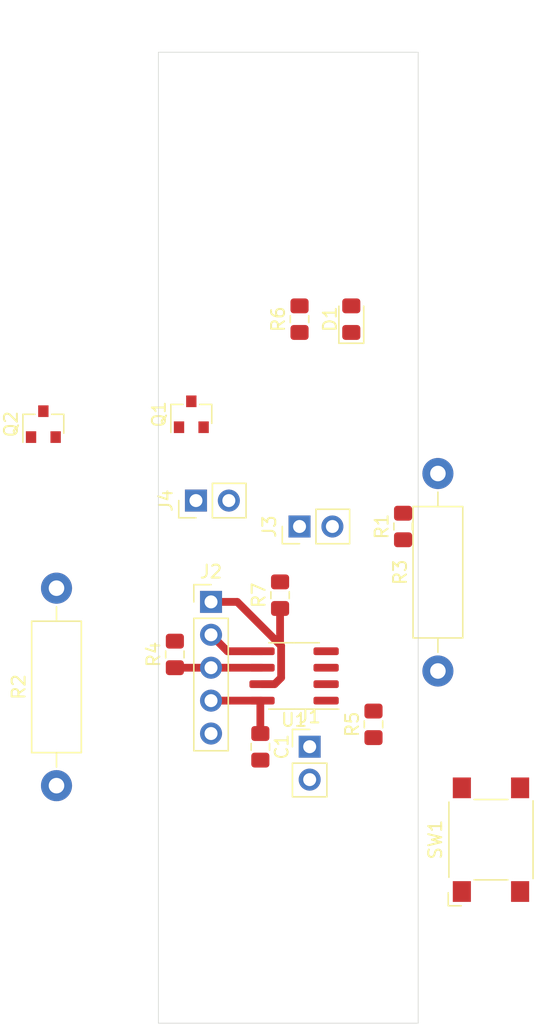
<source format=kicad_pcb>
(kicad_pcb (version 20171130) (host pcbnew "(5.1.6)-1")

  (general
    (thickness 1.6)
    (drawings 6)
    (tracks 13)
    (zones 0)
    (modules 17)
    (nets 13)
  )

  (page A4)
  (layers
    (0 F.Cu signal)
    (31 B.Cu signal)
    (32 B.Adhes user)
    (33 F.Adhes user)
    (34 B.Paste user)
    (35 F.Paste user)
    (36 B.SilkS user)
    (37 F.SilkS user)
    (38 B.Mask user)
    (39 F.Mask user)
    (40 Dwgs.User user)
    (41 Cmts.User user)
    (42 Eco1.User user)
    (43 Eco2.User user)
    (44 Edge.Cuts user)
    (45 Margin user)
    (46 B.CrtYd user)
    (47 F.CrtYd user)
    (48 B.Fab user)
    (49 F.Fab user)
  )

  (setup
    (last_trace_width 0.6)
    (user_trace_width 0.6)
    (trace_clearance 0.2)
    (zone_clearance 0.508)
    (zone_45_only no)
    (trace_min 0.2)
    (via_size 0.8)
    (via_drill 0.4)
    (via_min_size 0.4)
    (via_min_drill 0.3)
    (uvia_size 0.3)
    (uvia_drill 0.1)
    (uvias_allowed no)
    (uvia_min_size 0.2)
    (uvia_min_drill 0.1)
    (edge_width 0.05)
    (segment_width 0.2)
    (pcb_text_width 0.3)
    (pcb_text_size 1.5 1.5)
    (mod_edge_width 0.12)
    (mod_text_size 1 1)
    (mod_text_width 0.15)
    (pad_size 1.524 1.524)
    (pad_drill 0.762)
    (pad_to_mask_clearance 0.051)
    (solder_mask_min_width 0.25)
    (aux_axis_origin 0 0)
    (visible_elements 7FFFFFFF)
    (pcbplotparams
      (layerselection 0x010fc_ffffffff)
      (usegerberextensions false)
      (usegerberattributes false)
      (usegerberadvancedattributes false)
      (creategerberjobfile false)
      (excludeedgelayer true)
      (linewidth 0.100000)
      (plotframeref false)
      (viasonmask false)
      (mode 1)
      (useauxorigin false)
      (hpglpennumber 1)
      (hpglpenspeed 20)
      (hpglpendiameter 15.000000)
      (psnegative false)
      (psa4output false)
      (plotreference true)
      (plotvalue true)
      (plotinvisibletext false)
      (padsonsilk false)
      (subtractmaskfromsilk false)
      (outputformat 1)
      (mirror false)
      (drillshape 1)
      (scaleselection 1)
      (outputdirectory ""))
  )

  (net 0 "")
  (net 1 GND)
  (net 2 +5V)
  (net 3 "Net-(D1-Pad2)")
  (net 4 "Net-(J2-Pad3)")
  (net 5 "Net-(J2-Pad2)")
  (net 6 "Net-(J2-Pad1)")
  (net 7 "Net-(J3-Pad2)")
  (net 8 Sensor_Voltage)
  (net 9 Sensor)
  (net 10 "Net-(Q2-Pad1)")
  (net 11 "Net-(R2-Pad2)")
  (net 12 Button)

  (net_class Default "Это класс цепей по умолчанию."
    (clearance 0.2)
    (trace_width 0.25)
    (via_dia 0.8)
    (via_drill 0.4)
    (uvia_dia 0.3)
    (uvia_drill 0.1)
    (add_net +5V)
    (add_net Button)
    (add_net GND)
    (add_net "Net-(D1-Pad2)")
    (add_net "Net-(J2-Pad1)")
    (add_net "Net-(J2-Pad2)")
    (add_net "Net-(J2-Pad3)")
    (add_net "Net-(J3-Pad2)")
    (add_net "Net-(Q2-Pad1)")
    (add_net "Net-(R2-Pad2)")
    (add_net Sensor)
    (add_net Sensor_Voltage)
  )

  (module Package_SO:SOIC-8_3.9x4.9mm_P1.27mm placed (layer F.Cu) (tedit 5D9F72B1) (tstamp 5EC9A68B)
    (at 48.579 73.533 180)
    (descr "SOIC, 8 Pin (JEDEC MS-012AA, https://www.analog.com/media/en/package-pcb-resources/package/pkg_pdf/soic_narrow-r/r_8.pdf), generated with kicad-footprint-generator ipc_gullwing_generator.py")
    (tags "SOIC SO")
    (path /5E6BD50E)
    (attr smd)
    (fp_text reference U1 (at 0 -3.4) (layer F.SilkS)
      (effects (font (size 1 1) (thickness 0.15)))
    )
    (fp_text value ATtiny13-20SSU (at -1.205 -0.635) (layer F.Fab)
      (effects (font (size 1 1) (thickness 0.15)))
    )
    (fp_text user %R (at 0 0) (layer F.Fab)
      (effects (font (size 0.98 0.98) (thickness 0.15)))
    )
    (fp_line (start 0 2.56) (end 1.95 2.56) (layer F.SilkS) (width 0.12))
    (fp_line (start 0 2.56) (end -1.95 2.56) (layer F.SilkS) (width 0.12))
    (fp_line (start 0 -2.56) (end 1.95 -2.56) (layer F.SilkS) (width 0.12))
    (fp_line (start 0 -2.56) (end -3.45 -2.56) (layer F.SilkS) (width 0.12))
    (fp_line (start -0.975 -2.45) (end 1.95 -2.45) (layer F.Fab) (width 0.1))
    (fp_line (start 1.95 -2.45) (end 1.95 2.45) (layer F.Fab) (width 0.1))
    (fp_line (start 1.95 2.45) (end -1.95 2.45) (layer F.Fab) (width 0.1))
    (fp_line (start -1.95 2.45) (end -1.95 -1.475) (layer F.Fab) (width 0.1))
    (fp_line (start -1.95 -1.475) (end -0.975 -2.45) (layer F.Fab) (width 0.1))
    (fp_line (start -3.7 -2.7) (end -3.7 2.7) (layer F.CrtYd) (width 0.05))
    (fp_line (start -3.7 2.7) (end 3.7 2.7) (layer F.CrtYd) (width 0.05))
    (fp_line (start 3.7 2.7) (end 3.7 -2.7) (layer F.CrtYd) (width 0.05))
    (fp_line (start 3.7 -2.7) (end -3.7 -2.7) (layer F.CrtYd) (width 0.05))
    (pad 8 smd roundrect (at 2.475 -1.905 180) (size 1.95 0.6) (layers F.Cu F.Paste F.Mask) (roundrect_rratio 0.25)
      (net 2 +5V))
    (pad 7 smd roundrect (at 2.475 -0.635 180) (size 1.95 0.6) (layers F.Cu F.Paste F.Mask) (roundrect_rratio 0.25)
      (net 6 "Net-(J2-Pad1)"))
    (pad 6 smd roundrect (at 2.475 0.635 180) (size 1.95 0.6) (layers F.Cu F.Paste F.Mask) (roundrect_rratio 0.25)
      (net 4 "Net-(J2-Pad3)"))
    (pad 5 smd roundrect (at 2.475 1.905 180) (size 1.95 0.6) (layers F.Cu F.Paste F.Mask) (roundrect_rratio 0.25)
      (net 5 "Net-(J2-Pad2)"))
    (pad 4 smd roundrect (at -2.475 1.905 180) (size 1.95 0.6) (layers F.Cu F.Paste F.Mask) (roundrect_rratio 0.25)
      (net 1 GND))
    (pad 3 smd roundrect (at -2.475 0.635 180) (size 1.95 0.6) (layers F.Cu F.Paste F.Mask) (roundrect_rratio 0.25)
      (net 11 "Net-(R2-Pad2)"))
    (pad 2 smd roundrect (at -2.475 -0.635 180) (size 1.95 0.6) (layers F.Cu F.Paste F.Mask) (roundrect_rratio 0.25)
      (net 10 "Net-(Q2-Pad1)"))
    (pad 1 smd roundrect (at -2.475 -1.905 180) (size 1.95 0.6) (layers F.Cu F.Paste F.Mask) (roundrect_rratio 0.25)
      (net 12 Button))
    (model ${KISYS3DMOD}/Package_SO.3dshapes/SOIC-8_3.9x4.9mm_P1.27mm.wrl
      (at (xyz 0 0 0))
      (scale (xyz 1 1 1))
      (rotate (xyz 0 0 0))
    )
  )

  (module Button_Switch_SMD:SW_SPST_Omron_B3FS-100xP placed (layer F.Cu) (tedit 5E6E8EA9) (tstamp 5EC97D1D)
    (at 63.79 86.17 90)
    (descr "Surface Mount Tactile Switch for High-Density Mounting, 3.1mm height, https://omronfs.omron.com/en_US/ecb/products/pdf/en-b3fs.pdf")
    (tags "Tactile Switch")
    (path /5ECA9A02)
    (attr smd)
    (fp_text reference SW1 (at 0 -4.3 90) (layer F.SilkS)
      (effects (font (size 1 1) (thickness 0.15)))
    )
    (fp_text value SW_Push_Dual (at 0 4.2 90) (layer F.Fab)
      (effects (font (size 1 1) (thickness 0.15)))
    )
    (fp_text user %R (at 0 -2.2 90) (layer F.Fab)
      (effects (font (size 1 1) (thickness 0.15)))
    )
    (fp_line (start 2.9 -3.25) (end -2.9 -3.25) (layer F.SilkS) (width 0.12))
    (fp_line (start 3 3.25) (end -3 3.25) (layer F.SilkS) (width 0.12))
    (fp_line (start 3.1 -1.3) (end 3.1 1.3) (layer F.SilkS) (width 0.12))
    (fp_line (start -3.1 -1.3) (end -3.1 1.3) (layer F.SilkS) (width 0.12))
    (fp_line (start -3 -3.15) (end 3 -3.15) (layer F.Fab) (width 0.1))
    (fp_line (start 3 -3.15) (end 3 3.15) (layer F.Fab) (width 0.1))
    (fp_line (start 3 3.15) (end -3 3.15) (layer F.Fab) (width 0.1))
    (fp_line (start -3 3.15) (end -3 -3.15) (layer F.Fab) (width 0.1))
    (fp_line (start -5.05 -3.4) (end 5.05 -3.4) (layer F.CrtYd) (width 0.05))
    (fp_line (start 5.05 -3.4) (end 5.05 -1.3) (layer F.CrtYd) (width 0.05))
    (fp_line (start 5.05 -1.3) (end 3.25 -1.3) (layer F.CrtYd) (width 0.05))
    (fp_line (start 3.25 -1.3) (end 3.25 1.3) (layer F.CrtYd) (width 0.05))
    (fp_line (start 3.25 1.3) (end 5.05 1.3) (layer F.CrtYd) (width 0.05))
    (fp_line (start 5.05 1.3) (end 5.05 3.4) (layer F.CrtYd) (width 0.05))
    (fp_line (start 5.05 3.4) (end -5.05 3.4) (layer F.CrtYd) (width 0.05))
    (fp_line (start -5.05 3.4) (end -5.05 1.3) (layer F.CrtYd) (width 0.05))
    (fp_line (start -5.05 1.3) (end -3.25 1.3) (layer F.CrtYd) (width 0.05))
    (fp_line (start -3.25 1.3) (end -3.25 -1.3) (layer F.CrtYd) (width 0.05))
    (fp_line (start -3.25 -1.3) (end -5.05 -1.3) (layer F.CrtYd) (width 0.05))
    (fp_line (start -5.05 -1.3) (end -5.05 -3.4) (layer F.CrtYd) (width 0.05))
    (fp_circle (center 0 0) (end 1.5 0) (layer F.Fab) (width 0.1))
    (fp_line (start -5.1 -2.3) (end -5.1 -3.3) (layer F.SilkS) (width 0.12))
    (fp_line (start -5.1 -3.3) (end -4.1 -3.3) (layer F.SilkS) (width 0.12))
    (pad 3 smd rect (at -4 2.25 270) (size 1.6 1.4) (layers F.Cu F.Paste F.Mask)
      (net 12 Button))
    (pad 4 smd rect (at 4 2.25 270) (size 1.6 1.4) (layers F.Cu F.Paste F.Mask)
      (net 1 GND))
    (pad 1 smd rect (at -4 -2.25 270) (size 1.6 1.4) (layers F.Cu F.Paste F.Mask)
      (net 12 Button))
    (pad 2 smd rect (at 4 -2.25 270) (size 1.6 1.4) (layers F.Cu F.Paste F.Mask)
      (net 1 GND))
    (model ${KISYS3DMOD}/Button_Switch_SMD.3dshapes/SW_SPST_Omron_B3FS-100xP.wrl
      (at (xyz 0 0 0))
      (scale (xyz 1 1 1))
      (rotate (xyz 0 0 0))
    )
  )

  (module Resistor_SMD:R_0805_2012Metric_Pad1.15x1.40mm_HandSolder placed (layer F.Cu) (tedit 5B36C52B) (tstamp 5EC9A56B)
    (at 47.498 67.301 90)
    (descr "Resistor SMD 0805 (2012 Metric), square (rectangular) end terminal, IPC_7351 nominal with elongated pad for handsoldering. (Body size source: https://docs.google.com/spreadsheets/d/1BsfQQcO9C6DZCsRaXUlFlo91Tg2WpOkGARC1WS5S8t0/edit?usp=sharing), generated with kicad-footprint-generator")
    (tags "resistor handsolder")
    (path /5E6D20DE)
    (attr smd)
    (fp_text reference R7 (at 0 -1.65 90) (layer F.SilkS)
      (effects (font (size 1 1) (thickness 0.15)))
    )
    (fp_text value 150k (at 0 1.65 90) (layer F.Fab)
      (effects (font (size 1 1) (thickness 0.15)))
    )
    (fp_text user %R (at 0 0 90) (layer F.Fab)
      (effects (font (size 0.5 0.5) (thickness 0.08)))
    )
    (fp_line (start -1 0.6) (end -1 -0.6) (layer F.Fab) (width 0.1))
    (fp_line (start -1 -0.6) (end 1 -0.6) (layer F.Fab) (width 0.1))
    (fp_line (start 1 -0.6) (end 1 0.6) (layer F.Fab) (width 0.1))
    (fp_line (start 1 0.6) (end -1 0.6) (layer F.Fab) (width 0.1))
    (fp_line (start -0.261252 -0.71) (end 0.261252 -0.71) (layer F.SilkS) (width 0.12))
    (fp_line (start -0.261252 0.71) (end 0.261252 0.71) (layer F.SilkS) (width 0.12))
    (fp_line (start -1.85 0.95) (end -1.85 -0.95) (layer F.CrtYd) (width 0.05))
    (fp_line (start -1.85 -0.95) (end 1.85 -0.95) (layer F.CrtYd) (width 0.05))
    (fp_line (start 1.85 -0.95) (end 1.85 0.95) (layer F.CrtYd) (width 0.05))
    (fp_line (start 1.85 0.95) (end -1.85 0.95) (layer F.CrtYd) (width 0.05))
    (pad 2 smd roundrect (at 1.025 0 90) (size 1.15 1.4) (layers F.Cu F.Paste F.Mask) (roundrect_rratio 0.217391)
      (net 1 GND))
    (pad 1 smd roundrect (at -1.025 0 90) (size 1.15 1.4) (layers F.Cu F.Paste F.Mask) (roundrect_rratio 0.217391)
      (net 6 "Net-(J2-Pad1)"))
    (model ${KISYS3DMOD}/Resistor_SMD.3dshapes/R_0805_2012Metric.wrl
      (at (xyz 0 0 0))
      (scale (xyz 1 1 1))
      (rotate (xyz 0 0 0))
    )
  )

  (module Resistor_SMD:R_0805_2012Metric_Pad1.15x1.40mm_HandSolder placed (layer F.Cu) (tedit 5B36C52B) (tstamp 5EC97CEC)
    (at 49 46 90)
    (descr "Resistor SMD 0805 (2012 Metric), square (rectangular) end terminal, IPC_7351 nominal with elongated pad for handsoldering. (Body size source: https://docs.google.com/spreadsheets/d/1BsfQQcO9C6DZCsRaXUlFlo91Tg2WpOkGARC1WS5S8t0/edit?usp=sharing), generated with kicad-footprint-generator")
    (tags "resistor handsolder")
    (path /5E6D19E0)
    (attr smd)
    (fp_text reference R6 (at 0 -1.65 90) (layer F.SilkS)
      (effects (font (size 1 1) (thickness 0.15)))
    )
    (fp_text value 470k (at 0 1.65 90) (layer F.Fab)
      (effects (font (size 1 1) (thickness 0.15)))
    )
    (fp_text user %R (at 0 0 90) (layer F.Fab)
      (effects (font (size 0.5 0.5) (thickness 0.08)))
    )
    (fp_line (start -1 0.6) (end -1 -0.6) (layer F.Fab) (width 0.1))
    (fp_line (start -1 -0.6) (end 1 -0.6) (layer F.Fab) (width 0.1))
    (fp_line (start 1 -0.6) (end 1 0.6) (layer F.Fab) (width 0.1))
    (fp_line (start 1 0.6) (end -1 0.6) (layer F.Fab) (width 0.1))
    (fp_line (start -0.261252 -0.71) (end 0.261252 -0.71) (layer F.SilkS) (width 0.12))
    (fp_line (start -0.261252 0.71) (end 0.261252 0.71) (layer F.SilkS) (width 0.12))
    (fp_line (start -1.85 0.95) (end -1.85 -0.95) (layer F.CrtYd) (width 0.05))
    (fp_line (start -1.85 -0.95) (end 1.85 -0.95) (layer F.CrtYd) (width 0.05))
    (fp_line (start 1.85 -0.95) (end 1.85 0.95) (layer F.CrtYd) (width 0.05))
    (fp_line (start 1.85 0.95) (end -1.85 0.95) (layer F.CrtYd) (width 0.05))
    (pad 2 smd roundrect (at 1.025 0 90) (size 1.15 1.4) (layers F.Cu F.Paste F.Mask) (roundrect_rratio 0.217391)
      (net 6 "Net-(J2-Pad1)"))
    (pad 1 smd roundrect (at -1.025 0 90) (size 1.15 1.4) (layers F.Cu F.Paste F.Mask) (roundrect_rratio 0.217391)
      (net 2 +5V))
    (model ${KISYS3DMOD}/Resistor_SMD.3dshapes/R_0805_2012Metric.wrl
      (at (xyz 0 0 0))
      (scale (xyz 1 1 1))
      (rotate (xyz 0 0 0))
    )
  )

  (module Resistor_SMD:R_0805_2012Metric_Pad1.15x1.40mm_HandSolder placed (layer F.Cu) (tedit 5B36C52B) (tstamp 5EC9A652)
    (at 54.714 77.268 90)
    (descr "Resistor SMD 0805 (2012 Metric), square (rectangular) end terminal, IPC_7351 nominal with elongated pad for handsoldering. (Body size source: https://docs.google.com/spreadsheets/d/1BsfQQcO9C6DZCsRaXUlFlo91Tg2WpOkGARC1WS5S8t0/edit?usp=sharing), generated with kicad-footprint-generator")
    (tags "resistor handsolder")
    (path /5EC9DDB6)
    (attr smd)
    (fp_text reference R5 (at 0 -1.65 90) (layer F.SilkS)
      (effects (font (size 1 1) (thickness 0.15)))
    )
    (fp_text value 10k (at 0 1.65 90) (layer F.Fab)
      (effects (font (size 1 1) (thickness 0.15)))
    )
    (fp_text user %R (at 0 0 90) (layer F.Fab)
      (effects (font (size 0.5 0.5) (thickness 0.08)))
    )
    (fp_line (start -1 0.6) (end -1 -0.6) (layer F.Fab) (width 0.1))
    (fp_line (start -1 -0.6) (end 1 -0.6) (layer F.Fab) (width 0.1))
    (fp_line (start 1 -0.6) (end 1 0.6) (layer F.Fab) (width 0.1))
    (fp_line (start 1 0.6) (end -1 0.6) (layer F.Fab) (width 0.1))
    (fp_line (start -0.261252 -0.71) (end 0.261252 -0.71) (layer F.SilkS) (width 0.12))
    (fp_line (start -0.261252 0.71) (end 0.261252 0.71) (layer F.SilkS) (width 0.12))
    (fp_line (start -1.85 0.95) (end -1.85 -0.95) (layer F.CrtYd) (width 0.05))
    (fp_line (start -1.85 -0.95) (end 1.85 -0.95) (layer F.CrtYd) (width 0.05))
    (fp_line (start 1.85 -0.95) (end 1.85 0.95) (layer F.CrtYd) (width 0.05))
    (fp_line (start 1.85 0.95) (end -1.85 0.95) (layer F.CrtYd) (width 0.05))
    (pad 2 smd roundrect (at 1.025 0 90) (size 1.15 1.4) (layers F.Cu F.Paste F.Mask) (roundrect_rratio 0.217391)
      (net 1 GND))
    (pad 1 smd roundrect (at -1.025 0 90) (size 1.15 1.4) (layers F.Cu F.Paste F.Mask) (roundrect_rratio 0.217391)
      (net 10 "Net-(Q2-Pad1)"))
    (model ${KISYS3DMOD}/Resistor_SMD.3dshapes/R_0805_2012Metric.wrl
      (at (xyz 0 0 0))
      (scale (xyz 1 1 1))
      (rotate (xyz 0 0 0))
    )
  )

  (module Resistor_SMD:R_0805_2012Metric_Pad1.15x1.40mm_HandSolder placed (layer F.Cu) (tedit 5B36C52B) (tstamp 5EC9A53B)
    (at 39.37 71.873 90)
    (descr "Resistor SMD 0805 (2012 Metric), square (rectangular) end terminal, IPC_7351 nominal with elongated pad for handsoldering. (Body size source: https://docs.google.com/spreadsheets/d/1BsfQQcO9C6DZCsRaXUlFlo91Tg2WpOkGARC1WS5S8t0/edit?usp=sharing), generated with kicad-footprint-generator")
    (tags "resistor handsolder")
    (path /5EBED187)
    (attr smd)
    (fp_text reference R4 (at 0 -1.65 90) (layer F.SilkS)
      (effects (font (size 1 1) (thickness 0.15)))
    )
    (fp_text value 10k (at 0 1.65 90) (layer F.Fab)
      (effects (font (size 1 1) (thickness 0.15)))
    )
    (fp_text user %R (at 0 0 90) (layer F.Fab)
      (effects (font (size 0.5 0.5) (thickness 0.08)))
    )
    (fp_line (start -1 0.6) (end -1 -0.6) (layer F.Fab) (width 0.1))
    (fp_line (start -1 -0.6) (end 1 -0.6) (layer F.Fab) (width 0.1))
    (fp_line (start 1 -0.6) (end 1 0.6) (layer F.Fab) (width 0.1))
    (fp_line (start 1 0.6) (end -1 0.6) (layer F.Fab) (width 0.1))
    (fp_line (start -0.261252 -0.71) (end 0.261252 -0.71) (layer F.SilkS) (width 0.12))
    (fp_line (start -0.261252 0.71) (end 0.261252 0.71) (layer F.SilkS) (width 0.12))
    (fp_line (start -1.85 0.95) (end -1.85 -0.95) (layer F.CrtYd) (width 0.05))
    (fp_line (start -1.85 -0.95) (end 1.85 -0.95) (layer F.CrtYd) (width 0.05))
    (fp_line (start 1.85 -0.95) (end 1.85 0.95) (layer F.CrtYd) (width 0.05))
    (fp_line (start 1.85 0.95) (end -1.85 0.95) (layer F.CrtYd) (width 0.05))
    (pad 2 smd roundrect (at 1.025 0 90) (size 1.15 1.4) (layers F.Cu F.Paste F.Mask) (roundrect_rratio 0.217391)
      (net 1 GND))
    (pad 1 smd roundrect (at -1.025 0 90) (size 1.15 1.4) (layers F.Cu F.Paste F.Mask) (roundrect_rratio 0.217391)
      (net 4 "Net-(J2-Pad3)"))
    (model ${KISYS3DMOD}/Resistor_SMD.3dshapes/R_0805_2012Metric.wrl
      (at (xyz 0 0 0))
      (scale (xyz 1 1 1))
      (rotate (xyz 0 0 0))
    )
  )

  (module Resistor_THT:R_Axial_DIN0411_L9.9mm_D3.6mm_P15.24mm_Horizontal placed (layer F.Cu) (tedit 5AE5139B) (tstamp 5EC97CB9)
    (at 59.69 73.152 90)
    (descr "Resistor, Axial_DIN0411 series, Axial, Horizontal, pin pitch=15.24mm, 1W, length*diameter=9.9*3.6mm^2")
    (tags "Resistor Axial_DIN0411 series Axial Horizontal pin pitch 15.24mm 1W length 9.9mm diameter 3.6mm")
    (path /5EC9A2B0)
    (fp_text reference R3 (at 7.62 -2.92 90) (layer F.SilkS)
      (effects (font (size 1 1) (thickness 0.15)))
    )
    (fp_text value 1.5k (at 7.62 2.92 90) (layer F.Fab)
      (effects (font (size 1 1) (thickness 0.15)))
    )
    (fp_text user %R (at 7.62 0 90) (layer F.Fab)
      (effects (font (size 1 1) (thickness 0.15)))
    )
    (fp_line (start 2.67 -1.8) (end 2.67 1.8) (layer F.Fab) (width 0.1))
    (fp_line (start 2.67 1.8) (end 12.57 1.8) (layer F.Fab) (width 0.1))
    (fp_line (start 12.57 1.8) (end 12.57 -1.8) (layer F.Fab) (width 0.1))
    (fp_line (start 12.57 -1.8) (end 2.67 -1.8) (layer F.Fab) (width 0.1))
    (fp_line (start 0 0) (end 2.67 0) (layer F.Fab) (width 0.1))
    (fp_line (start 15.24 0) (end 12.57 0) (layer F.Fab) (width 0.1))
    (fp_line (start 2.55 -1.92) (end 2.55 1.92) (layer F.SilkS) (width 0.12))
    (fp_line (start 2.55 1.92) (end 12.69 1.92) (layer F.SilkS) (width 0.12))
    (fp_line (start 12.69 1.92) (end 12.69 -1.92) (layer F.SilkS) (width 0.12))
    (fp_line (start 12.69 -1.92) (end 2.55 -1.92) (layer F.SilkS) (width 0.12))
    (fp_line (start 1.44 0) (end 2.55 0) (layer F.SilkS) (width 0.12))
    (fp_line (start 13.8 0) (end 12.69 0) (layer F.SilkS) (width 0.12))
    (fp_line (start -1.45 -2.05) (end -1.45 2.05) (layer F.CrtYd) (width 0.05))
    (fp_line (start -1.45 2.05) (end 16.69 2.05) (layer F.CrtYd) (width 0.05))
    (fp_line (start 16.69 2.05) (end 16.69 -2.05) (layer F.CrtYd) (width 0.05))
    (fp_line (start 16.69 -2.05) (end -1.45 -2.05) (layer F.CrtYd) (width 0.05))
    (pad 2 thru_hole oval (at 15.24 0 90) (size 2.4 2.4) (drill 1.2) (layers *.Cu *.Mask)
      (net 1 GND))
    (pad 1 thru_hole circle (at 0 0 90) (size 2.4 2.4) (drill 1.2) (layers *.Cu *.Mask)
      (net 11 "Net-(R2-Pad2)"))
    (model ${KISYS3DMOD}/Resistor_THT.3dshapes/R_Axial_DIN0411_L9.9mm_D3.6mm_P15.24mm_Horizontal.wrl
      (at (xyz 0 0 0))
      (scale (xyz 1 1 1))
      (rotate (xyz 0 0 0))
    )
  )

  (module Resistor_THT:R_Axial_DIN0411_L9.9mm_D3.6mm_P15.24mm_Horizontal placed (layer F.Cu) (tedit 5AE5139B) (tstamp 5EC97CA2)
    (at 30.226 82 90)
    (descr "Resistor, Axial_DIN0411 series, Axial, Horizontal, pin pitch=15.24mm, 1W, length*diameter=9.9*3.6mm^2")
    (tags "Resistor Axial_DIN0411 series Axial Horizontal pin pitch 15.24mm 1W length 9.9mm diameter 3.6mm")
    (path /5EBE2CDA)
    (fp_text reference R2 (at 7.62 -2.92 90) (layer F.SilkS)
      (effects (font (size 1 1) (thickness 0.15)))
    )
    (fp_text value 4.7k (at 7.62 2.92 90) (layer F.Fab)
      (effects (font (size 1 1) (thickness 0.15)))
    )
    (fp_text user %R (at 7.62 0 90) (layer F.Fab)
      (effects (font (size 1 1) (thickness 0.15)))
    )
    (fp_line (start 2.67 -1.8) (end 2.67 1.8) (layer F.Fab) (width 0.1))
    (fp_line (start 2.67 1.8) (end 12.57 1.8) (layer F.Fab) (width 0.1))
    (fp_line (start 12.57 1.8) (end 12.57 -1.8) (layer F.Fab) (width 0.1))
    (fp_line (start 12.57 -1.8) (end 2.67 -1.8) (layer F.Fab) (width 0.1))
    (fp_line (start 0 0) (end 2.67 0) (layer F.Fab) (width 0.1))
    (fp_line (start 15.24 0) (end 12.57 0) (layer F.Fab) (width 0.1))
    (fp_line (start 2.55 -1.92) (end 2.55 1.92) (layer F.SilkS) (width 0.12))
    (fp_line (start 2.55 1.92) (end 12.69 1.92) (layer F.SilkS) (width 0.12))
    (fp_line (start 12.69 1.92) (end 12.69 -1.92) (layer F.SilkS) (width 0.12))
    (fp_line (start 12.69 -1.92) (end 2.55 -1.92) (layer F.SilkS) (width 0.12))
    (fp_line (start 1.44 0) (end 2.55 0) (layer F.SilkS) (width 0.12))
    (fp_line (start 13.8 0) (end 12.69 0) (layer F.SilkS) (width 0.12))
    (fp_line (start -1.45 -2.05) (end -1.45 2.05) (layer F.CrtYd) (width 0.05))
    (fp_line (start -1.45 2.05) (end 16.69 2.05) (layer F.CrtYd) (width 0.05))
    (fp_line (start 16.69 2.05) (end 16.69 -2.05) (layer F.CrtYd) (width 0.05))
    (fp_line (start 16.69 -2.05) (end -1.45 -2.05) (layer F.CrtYd) (width 0.05))
    (pad 2 thru_hole oval (at 15.24 0 90) (size 2.4 2.4) (drill 1.2) (layers *.Cu *.Mask)
      (net 11 "Net-(R2-Pad2)"))
    (pad 1 thru_hole circle (at 0 0 90) (size 2.4 2.4) (drill 1.2) (layers *.Cu *.Mask)
      (net 9 Sensor))
    (model ${KISYS3DMOD}/Resistor_THT.3dshapes/R_Axial_DIN0411_L9.9mm_D3.6mm_P15.24mm_Horizontal.wrl
      (at (xyz 0 0 0))
      (scale (xyz 1 1 1))
      (rotate (xyz 0 0 0))
    )
  )

  (module Resistor_SMD:R_0805_2012Metric_Pad1.15x1.40mm_HandSolder placed (layer F.Cu) (tedit 5B36C52B) (tstamp 5EC97C8B)
    (at 57 62 90)
    (descr "Resistor SMD 0805 (2012 Metric), square (rectangular) end terminal, IPC_7351 nominal with elongated pad for handsoldering. (Body size source: https://docs.google.com/spreadsheets/d/1BsfQQcO9C6DZCsRaXUlFlo91Tg2WpOkGARC1WS5S8t0/edit?usp=sharing), generated with kicad-footprint-generator")
    (tags "resistor handsolder")
    (path /5E6C6C73)
    (attr smd)
    (fp_text reference R1 (at 0 -1.65 90) (layer F.SilkS)
      (effects (font (size 1 1) (thickness 0.15)))
    )
    (fp_text value 470 (at 0 1.65 90) (layer F.Fab)
      (effects (font (size 1 1) (thickness 0.15)))
    )
    (fp_text user %R (at 0 0 90) (layer F.Fab)
      (effects (font (size 0.5 0.5) (thickness 0.08)))
    )
    (fp_line (start -1 0.6) (end -1 -0.6) (layer F.Fab) (width 0.1))
    (fp_line (start -1 -0.6) (end 1 -0.6) (layer F.Fab) (width 0.1))
    (fp_line (start 1 -0.6) (end 1 0.6) (layer F.Fab) (width 0.1))
    (fp_line (start 1 0.6) (end -1 0.6) (layer F.Fab) (width 0.1))
    (fp_line (start -0.261252 -0.71) (end 0.261252 -0.71) (layer F.SilkS) (width 0.12))
    (fp_line (start -0.261252 0.71) (end 0.261252 0.71) (layer F.SilkS) (width 0.12))
    (fp_line (start -1.85 0.95) (end -1.85 -0.95) (layer F.CrtYd) (width 0.05))
    (fp_line (start -1.85 -0.95) (end 1.85 -0.95) (layer F.CrtYd) (width 0.05))
    (fp_line (start 1.85 -0.95) (end 1.85 0.95) (layer F.CrtYd) (width 0.05))
    (fp_line (start 1.85 0.95) (end -1.85 0.95) (layer F.CrtYd) (width 0.05))
    (pad 2 smd roundrect (at 1.025 0 90) (size 1.15 1.4) (layers F.Cu F.Paste F.Mask) (roundrect_rratio 0.217391)
      (net 5 "Net-(J2-Pad2)"))
    (pad 1 smd roundrect (at -1.025 0 90) (size 1.15 1.4) (layers F.Cu F.Paste F.Mask) (roundrect_rratio 0.217391)
      (net 3 "Net-(D1-Pad2)"))
    (model ${KISYS3DMOD}/Resistor_SMD.3dshapes/R_0805_2012Metric.wrl
      (at (xyz 0 0 0))
      (scale (xyz 1 1 1))
      (rotate (xyz 0 0 0))
    )
  )

  (module Package_TO_SOT_SMD:SOT-23 placed (layer F.Cu) (tedit 5A02FF57) (tstamp 5EC97C7A)
    (at 29.21 54.102 90)
    (descr "SOT-23, Standard")
    (tags SOT-23)
    (path /5EC916D5)
    (attr smd)
    (fp_text reference Q2 (at 0 -2.5 90) (layer F.SilkS)
      (effects (font (size 1 1) (thickness 0.15)))
    )
    (fp_text value AO3400 (at 0 2.5 90) (layer F.Fab)
      (effects (font (size 1 1) (thickness 0.15)))
    )
    (fp_text user %R (at 0 0) (layer F.Fab)
      (effects (font (size 0.5 0.5) (thickness 0.075)))
    )
    (fp_line (start -0.7 -0.95) (end -0.7 1.5) (layer F.Fab) (width 0.1))
    (fp_line (start -0.15 -1.52) (end 0.7 -1.52) (layer F.Fab) (width 0.1))
    (fp_line (start -0.7 -0.95) (end -0.15 -1.52) (layer F.Fab) (width 0.1))
    (fp_line (start 0.7 -1.52) (end 0.7 1.52) (layer F.Fab) (width 0.1))
    (fp_line (start -0.7 1.52) (end 0.7 1.52) (layer F.Fab) (width 0.1))
    (fp_line (start 0.76 1.58) (end 0.76 0.65) (layer F.SilkS) (width 0.12))
    (fp_line (start 0.76 -1.58) (end 0.76 -0.65) (layer F.SilkS) (width 0.12))
    (fp_line (start -1.7 -1.75) (end 1.7 -1.75) (layer F.CrtYd) (width 0.05))
    (fp_line (start 1.7 -1.75) (end 1.7 1.75) (layer F.CrtYd) (width 0.05))
    (fp_line (start 1.7 1.75) (end -1.7 1.75) (layer F.CrtYd) (width 0.05))
    (fp_line (start -1.7 1.75) (end -1.7 -1.75) (layer F.CrtYd) (width 0.05))
    (fp_line (start 0.76 -1.58) (end -1.4 -1.58) (layer F.SilkS) (width 0.12))
    (fp_line (start 0.76 1.58) (end -0.7 1.58) (layer F.SilkS) (width 0.12))
    (pad 3 smd rect (at 1 0 90) (size 0.9 0.8) (layers F.Cu F.Paste F.Mask)
      (net 7 "Net-(J3-Pad2)"))
    (pad 2 smd rect (at -1 0.95 90) (size 0.9 0.8) (layers F.Cu F.Paste F.Mask)
      (net 1 GND))
    (pad 1 smd rect (at -1 -0.95 90) (size 0.9 0.8) (layers F.Cu F.Paste F.Mask)
      (net 10 "Net-(Q2-Pad1)"))
    (model ${KISYS3DMOD}/Package_TO_SOT_SMD.3dshapes/SOT-23.wrl
      (at (xyz 0 0 0))
      (scale (xyz 1 1 1))
      (rotate (xyz 0 0 0))
    )
  )

  (module Package_TO_SOT_SMD:SOT-23 placed (layer F.Cu) (tedit 5A02FF57) (tstamp 5EC97C65)
    (at 40.64 53.34 90)
    (descr "SOT-23, Standard")
    (tags SOT-23)
    (path /5EBE9599)
    (attr smd)
    (fp_text reference Q1 (at 0 -2.5 90) (layer F.SilkS)
      (effects (font (size 1 1) (thickness 0.15)))
    )
    (fp_text value AO3400 (at 0 2.5 90) (layer F.Fab)
      (effects (font (size 1 1) (thickness 0.15)))
    )
    (fp_text user %R (at 0 0) (layer F.Fab)
      (effects (font (size 0.5 0.5) (thickness 0.075)))
    )
    (fp_line (start -0.7 -0.95) (end -0.7 1.5) (layer F.Fab) (width 0.1))
    (fp_line (start -0.15 -1.52) (end 0.7 -1.52) (layer F.Fab) (width 0.1))
    (fp_line (start -0.7 -0.95) (end -0.15 -1.52) (layer F.Fab) (width 0.1))
    (fp_line (start 0.7 -1.52) (end 0.7 1.52) (layer F.Fab) (width 0.1))
    (fp_line (start -0.7 1.52) (end 0.7 1.52) (layer F.Fab) (width 0.1))
    (fp_line (start 0.76 1.58) (end 0.76 0.65) (layer F.SilkS) (width 0.12))
    (fp_line (start 0.76 -1.58) (end 0.76 -0.65) (layer F.SilkS) (width 0.12))
    (fp_line (start -1.7 -1.75) (end 1.7 -1.75) (layer F.CrtYd) (width 0.05))
    (fp_line (start 1.7 -1.75) (end 1.7 1.75) (layer F.CrtYd) (width 0.05))
    (fp_line (start 1.7 1.75) (end -1.7 1.75) (layer F.CrtYd) (width 0.05))
    (fp_line (start -1.7 1.75) (end -1.7 -1.75) (layer F.CrtYd) (width 0.05))
    (fp_line (start 0.76 -1.58) (end -1.4 -1.58) (layer F.SilkS) (width 0.12))
    (fp_line (start 0.76 1.58) (end -0.7 1.58) (layer F.SilkS) (width 0.12))
    (pad 3 smd rect (at 1 0 90) (size 0.9 0.8) (layers F.Cu F.Paste F.Mask)
      (net 2 +5V))
    (pad 2 smd rect (at -1 0.95 90) (size 0.9 0.8) (layers F.Cu F.Paste F.Mask)
      (net 8 Sensor_Voltage))
    (pad 1 smd rect (at -1 -0.95 90) (size 0.9 0.8) (layers F.Cu F.Paste F.Mask)
      (net 4 "Net-(J2-Pad3)"))
    (model ${KISYS3DMOD}/Package_TO_SOT_SMD.3dshapes/SOT-23.wrl
      (at (xyz 0 0 0))
      (scale (xyz 1 1 1))
      (rotate (xyz 0 0 0))
    )
  )

  (module Connector_PinHeader_2.54mm:PinHeader_1x02_P2.54mm_Vertical placed (layer F.Cu) (tedit 59FED5CC) (tstamp 5EC97C50)
    (at 41 60 90)
    (descr "Through hole straight pin header, 1x02, 2.54mm pitch, single row")
    (tags "Through hole pin header THT 1x02 2.54mm single row")
    (path /5EBE52DC)
    (fp_text reference J4 (at 0 -2.33 90) (layer F.SilkS)
      (effects (font (size 1 1) (thickness 0.15)))
    )
    (fp_text value "Soil Humidity Sensor" (at 0 4.87 90) (layer F.Fab)
      (effects (font (size 1 1) (thickness 0.15)))
    )
    (fp_text user %R (at 0 1.27) (layer F.Fab)
      (effects (font (size 1 1) (thickness 0.15)))
    )
    (fp_line (start -0.635 -1.27) (end 1.27 -1.27) (layer F.Fab) (width 0.1))
    (fp_line (start 1.27 -1.27) (end 1.27 3.81) (layer F.Fab) (width 0.1))
    (fp_line (start 1.27 3.81) (end -1.27 3.81) (layer F.Fab) (width 0.1))
    (fp_line (start -1.27 3.81) (end -1.27 -0.635) (layer F.Fab) (width 0.1))
    (fp_line (start -1.27 -0.635) (end -0.635 -1.27) (layer F.Fab) (width 0.1))
    (fp_line (start -1.33 3.87) (end 1.33 3.87) (layer F.SilkS) (width 0.12))
    (fp_line (start -1.33 1.27) (end -1.33 3.87) (layer F.SilkS) (width 0.12))
    (fp_line (start 1.33 1.27) (end 1.33 3.87) (layer F.SilkS) (width 0.12))
    (fp_line (start -1.33 1.27) (end 1.33 1.27) (layer F.SilkS) (width 0.12))
    (fp_line (start -1.33 0) (end -1.33 -1.33) (layer F.SilkS) (width 0.12))
    (fp_line (start -1.33 -1.33) (end 0 -1.33) (layer F.SilkS) (width 0.12))
    (fp_line (start -1.8 -1.8) (end -1.8 4.35) (layer F.CrtYd) (width 0.05))
    (fp_line (start -1.8 4.35) (end 1.8 4.35) (layer F.CrtYd) (width 0.05))
    (fp_line (start 1.8 4.35) (end 1.8 -1.8) (layer F.CrtYd) (width 0.05))
    (fp_line (start 1.8 -1.8) (end -1.8 -1.8) (layer F.CrtYd) (width 0.05))
    (pad 2 thru_hole oval (at 0 2.54 90) (size 1.7 1.7) (drill 1) (layers *.Cu *.Mask)
      (net 8 Sensor_Voltage))
    (pad 1 thru_hole rect (at 0 0 90) (size 1.7 1.7) (drill 1) (layers *.Cu *.Mask)
      (net 9 Sensor))
    (model ${KISYS3DMOD}/Connector_PinHeader_2.54mm.3dshapes/PinHeader_1x02_P2.54mm_Vertical.wrl
      (at (xyz 0 0 0))
      (scale (xyz 1 1 1))
      (rotate (xyz 0 0 0))
    )
  )

  (module Connector_PinHeader_2.54mm:PinHeader_1x02_P2.54mm_Vertical placed (layer F.Cu) (tedit 59FED5CC) (tstamp 5EC97C3A)
    (at 49 62 90)
    (descr "Through hole straight pin header, 1x02, 2.54mm pitch, single row")
    (tags "Through hole pin header THT 1x02 2.54mm single row")
    (path /5E6C1DBD)
    (fp_text reference J3 (at 0 -2.33 90) (layer F.SilkS)
      (effects (font (size 1 1) (thickness 0.15)))
    )
    (fp_text value "Water Pump" (at 0 4.87 90) (layer F.Fab)
      (effects (font (size 1 1) (thickness 0.15)))
    )
    (fp_text user %R (at 0 1.27) (layer F.Fab)
      (effects (font (size 1 1) (thickness 0.15)))
    )
    (fp_line (start -0.635 -1.27) (end 1.27 -1.27) (layer F.Fab) (width 0.1))
    (fp_line (start 1.27 -1.27) (end 1.27 3.81) (layer F.Fab) (width 0.1))
    (fp_line (start 1.27 3.81) (end -1.27 3.81) (layer F.Fab) (width 0.1))
    (fp_line (start -1.27 3.81) (end -1.27 -0.635) (layer F.Fab) (width 0.1))
    (fp_line (start -1.27 -0.635) (end -0.635 -1.27) (layer F.Fab) (width 0.1))
    (fp_line (start -1.33 3.87) (end 1.33 3.87) (layer F.SilkS) (width 0.12))
    (fp_line (start -1.33 1.27) (end -1.33 3.87) (layer F.SilkS) (width 0.12))
    (fp_line (start 1.33 1.27) (end 1.33 3.87) (layer F.SilkS) (width 0.12))
    (fp_line (start -1.33 1.27) (end 1.33 1.27) (layer F.SilkS) (width 0.12))
    (fp_line (start -1.33 0) (end -1.33 -1.33) (layer F.SilkS) (width 0.12))
    (fp_line (start -1.33 -1.33) (end 0 -1.33) (layer F.SilkS) (width 0.12))
    (fp_line (start -1.8 -1.8) (end -1.8 4.35) (layer F.CrtYd) (width 0.05))
    (fp_line (start -1.8 4.35) (end 1.8 4.35) (layer F.CrtYd) (width 0.05))
    (fp_line (start 1.8 4.35) (end 1.8 -1.8) (layer F.CrtYd) (width 0.05))
    (fp_line (start 1.8 -1.8) (end -1.8 -1.8) (layer F.CrtYd) (width 0.05))
    (pad 2 thru_hole oval (at 0 2.54 90) (size 1.7 1.7) (drill 1) (layers *.Cu *.Mask)
      (net 7 "Net-(J3-Pad2)"))
    (pad 1 thru_hole rect (at 0 0 90) (size 1.7 1.7) (drill 1) (layers *.Cu *.Mask)
      (net 2 +5V))
    (model ${KISYS3DMOD}/Connector_PinHeader_2.54mm.3dshapes/PinHeader_1x02_P2.54mm_Vertical.wrl
      (at (xyz 0 0 0))
      (scale (xyz 1 1 1))
      (rotate (xyz 0 0 0))
    )
  )

  (module Connector_PinHeader_2.54mm:PinHeader_1x05_P2.54mm_Vertical placed (layer F.Cu) (tedit 59FED5CC) (tstamp 5EC9A5D3)
    (at 42.164 67.818)
    (descr "Through hole straight pin header, 1x05, 2.54mm pitch, single row")
    (tags "Through hole pin header THT 1x05 2.54mm single row")
    (path /5EC9EF8C)
    (fp_text reference J2 (at 0 -2.33) (layer F.SilkS)
      (effects (font (size 1 1) (thickness 0.15)))
    )
    (fp_text value PROG (at 0 12.49) (layer F.Fab)
      (effects (font (size 1 1) (thickness 0.15)))
    )
    (fp_text user %R (at 0 5.08 90) (layer F.Fab)
      (effects (font (size 1 1) (thickness 0.15)))
    )
    (fp_line (start -0.635 -1.27) (end 1.27 -1.27) (layer F.Fab) (width 0.1))
    (fp_line (start 1.27 -1.27) (end 1.27 11.43) (layer F.Fab) (width 0.1))
    (fp_line (start 1.27 11.43) (end -1.27 11.43) (layer F.Fab) (width 0.1))
    (fp_line (start -1.27 11.43) (end -1.27 -0.635) (layer F.Fab) (width 0.1))
    (fp_line (start -1.27 -0.635) (end -0.635 -1.27) (layer F.Fab) (width 0.1))
    (fp_line (start -1.33 11.49) (end 1.33 11.49) (layer F.SilkS) (width 0.12))
    (fp_line (start -1.33 1.27) (end -1.33 11.49) (layer F.SilkS) (width 0.12))
    (fp_line (start 1.33 1.27) (end 1.33 11.49) (layer F.SilkS) (width 0.12))
    (fp_line (start -1.33 1.27) (end 1.33 1.27) (layer F.SilkS) (width 0.12))
    (fp_line (start -1.33 0) (end -1.33 -1.33) (layer F.SilkS) (width 0.12))
    (fp_line (start -1.33 -1.33) (end 0 -1.33) (layer F.SilkS) (width 0.12))
    (fp_line (start -1.8 -1.8) (end -1.8 11.95) (layer F.CrtYd) (width 0.05))
    (fp_line (start -1.8 11.95) (end 1.8 11.95) (layer F.CrtYd) (width 0.05))
    (fp_line (start 1.8 11.95) (end 1.8 -1.8) (layer F.CrtYd) (width 0.05))
    (fp_line (start 1.8 -1.8) (end -1.8 -1.8) (layer F.CrtYd) (width 0.05))
    (pad 5 thru_hole oval (at 0 10.16) (size 1.7 1.7) (drill 1) (layers *.Cu *.Mask)
      (net 1 GND))
    (pad 4 thru_hole oval (at 0 7.62) (size 1.7 1.7) (drill 1) (layers *.Cu *.Mask)
      (net 2 +5V))
    (pad 3 thru_hole oval (at 0 5.08) (size 1.7 1.7) (drill 1) (layers *.Cu *.Mask)
      (net 4 "Net-(J2-Pad3)"))
    (pad 2 thru_hole oval (at 0 2.54) (size 1.7 1.7) (drill 1) (layers *.Cu *.Mask)
      (net 5 "Net-(J2-Pad2)"))
    (pad 1 thru_hole rect (at 0 0) (size 1.7 1.7) (drill 1) (layers *.Cu *.Mask)
      (net 6 "Net-(J2-Pad1)"))
    (model ${KISYS3DMOD}/Connector_PinHeader_2.54mm.3dshapes/PinHeader_1x05_P2.54mm_Vertical.wrl
      (at (xyz 0 0 0))
      (scale (xyz 1 1 1))
      (rotate (xyz 0 0 0))
    )
  )

  (module Connector_PinHeader_2.54mm:PinHeader_1x02_P2.54mm_Vertical placed (layer F.Cu) (tedit 59FED5CC) (tstamp 5EC9A618)
    (at 49.784 78.994)
    (descr "Through hole straight pin header, 1x02, 2.54mm pitch, single row")
    (tags "Through hole pin header THT 1x02 2.54mm single row")
    (path /5EBF1F4E)
    (fp_text reference J1 (at 0 -2.33) (layer F.SilkS)
      (effects (font (size 1 1) (thickness 0.15)))
    )
    (fp_text value "Li-ion 18650" (at 0 4.87) (layer F.Fab)
      (effects (font (size 1 1) (thickness 0.15)))
    )
    (fp_text user %R (at 0 1.27 90) (layer F.Fab)
      (effects (font (size 1 1) (thickness 0.15)))
    )
    (fp_line (start -0.635 -1.27) (end 1.27 -1.27) (layer F.Fab) (width 0.1))
    (fp_line (start 1.27 -1.27) (end 1.27 3.81) (layer F.Fab) (width 0.1))
    (fp_line (start 1.27 3.81) (end -1.27 3.81) (layer F.Fab) (width 0.1))
    (fp_line (start -1.27 3.81) (end -1.27 -0.635) (layer F.Fab) (width 0.1))
    (fp_line (start -1.27 -0.635) (end -0.635 -1.27) (layer F.Fab) (width 0.1))
    (fp_line (start -1.33 3.87) (end 1.33 3.87) (layer F.SilkS) (width 0.12))
    (fp_line (start -1.33 1.27) (end -1.33 3.87) (layer F.SilkS) (width 0.12))
    (fp_line (start 1.33 1.27) (end 1.33 3.87) (layer F.SilkS) (width 0.12))
    (fp_line (start -1.33 1.27) (end 1.33 1.27) (layer F.SilkS) (width 0.12))
    (fp_line (start -1.33 0) (end -1.33 -1.33) (layer F.SilkS) (width 0.12))
    (fp_line (start -1.33 -1.33) (end 0 -1.33) (layer F.SilkS) (width 0.12))
    (fp_line (start -1.8 -1.8) (end -1.8 4.35) (layer F.CrtYd) (width 0.05))
    (fp_line (start -1.8 4.35) (end 1.8 4.35) (layer F.CrtYd) (width 0.05))
    (fp_line (start 1.8 4.35) (end 1.8 -1.8) (layer F.CrtYd) (width 0.05))
    (fp_line (start 1.8 -1.8) (end -1.8 -1.8) (layer F.CrtYd) (width 0.05))
    (pad 2 thru_hole oval (at 0 2.54) (size 1.7 1.7) (drill 1) (layers *.Cu *.Mask)
      (net 1 GND))
    (pad 1 thru_hole rect (at 0 0) (size 1.7 1.7) (drill 1) (layers *.Cu *.Mask)
      (net 2 +5V))
    (model ${KISYS3DMOD}/Connector_PinHeader_2.54mm.3dshapes/PinHeader_1x02_P2.54mm_Vertical.wrl
      (at (xyz 0 0 0))
      (scale (xyz 1 1 1))
      (rotate (xyz 0 0 0))
    )
  )

  (module LED_SMD:LED_0805_2012Metric_Pad1.15x1.40mm_HandSolder placed (layer F.Cu) (tedit 5B4B45C9) (tstamp 5EC97BF5)
    (at 53 46 90)
    (descr "LED SMD 0805 (2012 Metric), square (rectangular) end terminal, IPC_7351 nominal, (Body size source: https://docs.google.com/spreadsheets/d/1BsfQQcO9C6DZCsRaXUlFlo91Tg2WpOkGARC1WS5S8t0/edit?usp=sharing), generated with kicad-footprint-generator")
    (tags "LED handsolder")
    (path /5E6C73B4)
    (attr smd)
    (fp_text reference D1 (at 0 -1.65 90) (layer F.SilkS)
      (effects (font (size 1 1) (thickness 0.15)))
    )
    (fp_text value LED (at 0 1.65 90) (layer F.Fab)
      (effects (font (size 1 1) (thickness 0.15)))
    )
    (fp_text user %R (at 0 0 90) (layer F.Fab)
      (effects (font (size 0.5 0.5) (thickness 0.08)))
    )
    (fp_line (start 1 -0.6) (end -0.7 -0.6) (layer F.Fab) (width 0.1))
    (fp_line (start -0.7 -0.6) (end -1 -0.3) (layer F.Fab) (width 0.1))
    (fp_line (start -1 -0.3) (end -1 0.6) (layer F.Fab) (width 0.1))
    (fp_line (start -1 0.6) (end 1 0.6) (layer F.Fab) (width 0.1))
    (fp_line (start 1 0.6) (end 1 -0.6) (layer F.Fab) (width 0.1))
    (fp_line (start 1 -0.96) (end -1.86 -0.96) (layer F.SilkS) (width 0.12))
    (fp_line (start -1.86 -0.96) (end -1.86 0.96) (layer F.SilkS) (width 0.12))
    (fp_line (start -1.86 0.96) (end 1 0.96) (layer F.SilkS) (width 0.12))
    (fp_line (start -1.85 0.95) (end -1.85 -0.95) (layer F.CrtYd) (width 0.05))
    (fp_line (start -1.85 -0.95) (end 1.85 -0.95) (layer F.CrtYd) (width 0.05))
    (fp_line (start 1.85 -0.95) (end 1.85 0.95) (layer F.CrtYd) (width 0.05))
    (fp_line (start 1.85 0.95) (end -1.85 0.95) (layer F.CrtYd) (width 0.05))
    (pad 2 smd roundrect (at 1.025 0 90) (size 1.15 1.4) (layers F.Cu F.Paste F.Mask) (roundrect_rratio 0.217391)
      (net 3 "Net-(D1-Pad2)"))
    (pad 1 smd roundrect (at -1.025 0 90) (size 1.15 1.4) (layers F.Cu F.Paste F.Mask) (roundrect_rratio 0.217391)
      (net 1 GND))
    (model ${KISYS3DMOD}/LED_SMD.3dshapes/LED_0805_2012Metric.wrl
      (at (xyz 0 0 0))
      (scale (xyz 1 1 1))
      (rotate (xyz 0 0 0))
    )
  )

  (module Capacitor_SMD:C_0805_2012Metric_Pad1.15x1.40mm_HandSolder placed (layer F.Cu) (tedit 5B36C52B) (tstamp 5EC9A59B)
    (at 45.974 79.003 270)
    (descr "Capacitor SMD 0805 (2012 Metric), square (rectangular) end terminal, IPC_7351 nominal with elongated pad for handsoldering. (Body size source: https://docs.google.com/spreadsheets/d/1BsfQQcO9C6DZCsRaXUlFlo91Tg2WpOkGARC1WS5S8t0/edit?usp=sharing), generated with kicad-footprint-generator")
    (tags "capacitor handsolder")
    (path /5EBEEFED)
    (attr smd)
    (fp_text reference C1 (at 0 -1.65 90) (layer F.SilkS)
      (effects (font (size 1 1) (thickness 0.15)))
    )
    (fp_text value 0.1uF (at 0 1.65 90) (layer F.Fab)
      (effects (font (size 1 1) (thickness 0.15)))
    )
    (fp_text user %R (at 0 0 90) (layer F.Fab)
      (effects (font (size 0.5 0.5) (thickness 0.08)))
    )
    (fp_line (start -1 0.6) (end -1 -0.6) (layer F.Fab) (width 0.1))
    (fp_line (start -1 -0.6) (end 1 -0.6) (layer F.Fab) (width 0.1))
    (fp_line (start 1 -0.6) (end 1 0.6) (layer F.Fab) (width 0.1))
    (fp_line (start 1 0.6) (end -1 0.6) (layer F.Fab) (width 0.1))
    (fp_line (start -0.261252 -0.71) (end 0.261252 -0.71) (layer F.SilkS) (width 0.12))
    (fp_line (start -0.261252 0.71) (end 0.261252 0.71) (layer F.SilkS) (width 0.12))
    (fp_line (start -1.85 0.95) (end -1.85 -0.95) (layer F.CrtYd) (width 0.05))
    (fp_line (start -1.85 -0.95) (end 1.85 -0.95) (layer F.CrtYd) (width 0.05))
    (fp_line (start 1.85 -0.95) (end 1.85 0.95) (layer F.CrtYd) (width 0.05))
    (fp_line (start 1.85 0.95) (end -1.85 0.95) (layer F.CrtYd) (width 0.05))
    (pad 2 smd roundrect (at 1.025 0 270) (size 1.15 1.4) (layers F.Cu F.Paste F.Mask) (roundrect_rratio 0.217391)
      (net 1 GND))
    (pad 1 smd roundrect (at -1.025 0 270) (size 1.15 1.4) (layers F.Cu F.Paste F.Mask) (roundrect_rratio 0.217391)
      (net 2 +5V))
    (model ${KISYS3DMOD}/Capacitor_SMD.3dshapes/C_0805_2012Metric.wrl
      (at (xyz 0 0 0))
      (scale (xyz 1 1 1))
      (rotate (xyz 0 0 0))
    )
  )

  (gr_line (start 38.1 100.33) (end 38.1 25.4) (layer Edge.Cuts) (width 0.05) (tstamp 5EBEEE43))
  (gr_line (start 58.166 100.33) (end 38.1 100.33) (layer Edge.Cuts) (width 0.05))
  (gr_line (start 58.166 25.4) (end 58.166 100.33) (layer Edge.Cuts) (width 0.05))
  (gr_line (start 38.1 25.4) (end 58.166 25.4) (layer Edge.Cuts) (width 0.05))
  (dimension 74.93 (width 0.15) (layer Eco2.User)
    (gr_text "74,930 мм" (at 66.832 62.865 270) (layer Eco2.User)
      (effects (font (size 1 1) (thickness 0.15)))
    )
    (feature1 (pts (xy 58.166 100.33) (xy 66.118421 100.33)))
    (feature2 (pts (xy 58.166 25.4) (xy 66.118421 25.4)))
    (crossbar (pts (xy 65.532 25.4) (xy 65.532 100.33)))
    (arrow1a (pts (xy 65.532 100.33) (xy 64.945579 99.203496)))
    (arrow1b (pts (xy 65.532 100.33) (xy 66.118421 99.203496)))
    (arrow2a (pts (xy 65.532 25.4) (xy 64.945579 26.526504)))
    (arrow2b (pts (xy 65.532 25.4) (xy 66.118421 26.526504)))
  )
  (dimension 20.066 (width 0.15) (layer Eco2.User)
    (gr_text "20,066 мм" (at 48.133 22.068) (layer Eco2.User)
      (effects (font (size 1 1) (thickness 0.15)))
    )
    (feature1 (pts (xy 58.166 25.4) (xy 58.166 22.781579)))
    (feature2 (pts (xy 38.1 25.4) (xy 38.1 22.781579)))
    (crossbar (pts (xy 38.1 23.368) (xy 58.166 23.368)))
    (arrow1a (pts (xy 58.166 23.368) (xy 57.039496 23.954421)))
    (arrow1b (pts (xy 58.166 23.368) (xy 57.039496 22.781579)))
    (arrow2a (pts (xy 38.1 23.368) (xy 39.226504 23.954421)))
    (arrow2b (pts (xy 38.1 23.368) (xy 39.226504 22.781579)))
  )

  (segment (start 46.104 75.438) (end 42.164 75.438) (width 0.6) (layer F.Cu) (net 2) (tstamp 5EC9A6DF))
  (segment (start 45.974 77.978) (end 45.974 75.438) (width 0.6) (layer F.Cu) (net 2) (tstamp 5EC9A6C1))
  (segment (start 46.104 72.898) (end 42.164 72.898) (width 0.6) (layer F.Cu) (net 4) (tstamp 5EC9A6DC))
  (segment (start 42.164 72.898) (end 39.37 72.898) (width 0.6) (layer F.Cu) (net 4))
  (segment (start 43.434 71.628) (end 42.164 70.358) (width 0.6) (layer F.Cu) (net 5) (tstamp 5EC9A6D9))
  (segment (start 46.104 71.628) (end 43.434 71.628) (width 0.6) (layer F.Cu) (net 5) (tstamp 5EC9A6D6))
  (segment (start 47.57901 71.208754) (end 44.188256 67.818) (width 0.6) (layer F.Cu) (net 6) (tstamp 5EC9A6D0))
  (segment (start 44.188256 67.818) (end 42.164 67.818) (width 0.6) (layer F.Cu) (net 6) (tstamp 5EC9A6CA))
  (segment (start 47.57901 73.66799) (end 47.57901 71.208754) (width 0.6) (layer F.Cu) (net 6) (tstamp 5EC9A6C7))
  (segment (start 47.079 74.168) (end 47.57901 73.66799) (width 0.6) (layer F.Cu) (net 6) (tstamp 5EC9A6D3))
  (segment (start 46.104 74.168) (end 47.079 74.168) (width 0.6) (layer F.Cu) (net 6) (tstamp 5EC9A6CD))
  (segment (start 47.498 71.127744) (end 47.57901 71.208754) (width 0.6) (layer F.Cu) (net 6) (tstamp 5EC9A6C4))
  (segment (start 47.498 68.326) (end 47.498 71.127744) (width 0.6) (layer F.Cu) (net 6) (tstamp 5EC9A6BE))

)

</source>
